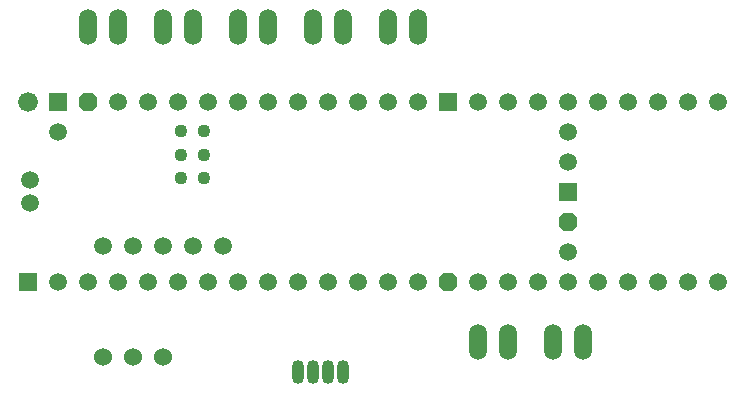
<source format=gbr>
%TF.GenerationSoftware,Altium Limited,Altium Designer,23.10.1 (27)*%
G04 Layer_Physical_Order=1*
G04 Layer_Color=255*
%FSLAX45Y45*%
%MOMM*%
%TF.SameCoordinates,BFA40988-2EC8-4786-B6A0-351078B8BEA4*%
%TF.FilePolarity,Positive*%
%TF.FileFunction,Copper,L1,Top,Signal*%
%TF.Part,Single*%
G01*
G75*
%TA.AperFunction,ComponentPad*%
%ADD10O,1.01600X2.03200*%
%ADD11C,1.10795*%
%ADD12C,1.50800*%
%ADD13R,1.50800X1.50800*%
G04:AMPARAMS|DCode=14|XSize=1.508mm|YSize=1.508mm|CornerRadius=0mm|HoleSize=0mm|Usage=FLASHONLY|Rotation=90.000|XOffset=0mm|YOffset=0mm|HoleType=Round|Shape=Octagon|*
%AMOCTAGOND14*
4,1,8,0.37700,0.75400,-0.37700,0.75400,-0.75400,0.37700,-0.75400,-0.37700,-0.37700,-0.75400,0.37700,-0.75400,0.75400,-0.37700,0.75400,0.37700,0.37700,0.75400,0.0*
%
%ADD14OCTAGOND14*%

%ADD15C,1.67640*%
%ADD16R,1.50800X1.50800*%
%ADD17O,1.50800X3.01600*%
%ADD18C,1.52400*%
D10*
X3175000Y381000D02*
D03*
X3302000D02*
D03*
X3429000D02*
D03*
X3556000D02*
D03*
D11*
X2386000Y2016989D02*
D03*
Y2216988D02*
D03*
Y2416988D02*
D03*
X2186000Y2016989D02*
D03*
Y2216988D02*
D03*
Y2416988D02*
D03*
D12*
X912012Y1805000D02*
D03*
Y2005000D02*
D03*
X4699000Y1143000D02*
D03*
X2540000Y1442999D02*
D03*
X2286000D02*
D03*
X2032000D02*
D03*
X1778000D02*
D03*
X1524000D02*
D03*
X6731000Y2667000D02*
D03*
X6477000D02*
D03*
X6223000D02*
D03*
X5969000D02*
D03*
X5715000D02*
D03*
X5461000D02*
D03*
X5207000D02*
D03*
X4953000D02*
D03*
X4699000D02*
D03*
X6731000Y1143000D02*
D03*
X6477000D02*
D03*
X6223000D02*
D03*
X5969000D02*
D03*
X5715000D02*
D03*
X5461000D02*
D03*
X5207000D02*
D03*
X4953000D02*
D03*
X1651000Y2667000D02*
D03*
X1905000D02*
D03*
X2159000D02*
D03*
X2413000D02*
D03*
X2667000D02*
D03*
X2921000D02*
D03*
X3175000D02*
D03*
X3429000D02*
D03*
X3683000D02*
D03*
X3937000D02*
D03*
X1143000Y2413000D02*
D03*
X3937000Y1143000D02*
D03*
X3683000D02*
D03*
X3429000D02*
D03*
X3175000D02*
D03*
X2921000D02*
D03*
X2667000D02*
D03*
X2413000D02*
D03*
X2159000D02*
D03*
X1905000D02*
D03*
X1651000D02*
D03*
X1397000D02*
D03*
X1143000D02*
D03*
X4191000D02*
D03*
Y2667000D02*
D03*
X5461000Y2413000D02*
D03*
Y2159000D02*
D03*
Y1397000D02*
D03*
D13*
X4445000Y2667000D02*
D03*
X5461000Y1905000D02*
D03*
X889000Y1143000D02*
D03*
D14*
X4445000D02*
D03*
X5461000Y1651000D02*
D03*
X1397000Y2667000D02*
D03*
D15*
X889000D02*
D03*
D16*
X1143000D02*
D03*
D17*
X5334000Y635000D02*
D03*
X5588000D02*
D03*
X4699000D02*
D03*
X4953000D02*
D03*
X1651000Y3302000D02*
D03*
X1397000D02*
D03*
X2286000D02*
D03*
X2032000D02*
D03*
X2921000D02*
D03*
X2667000D02*
D03*
X3556000D02*
D03*
X3302000D02*
D03*
X4191000D02*
D03*
X3937000D02*
D03*
D18*
X2032000Y508000D02*
D03*
X1778000D02*
D03*
X1524000D02*
D03*
%TF.MD5,3767606ca0cb03b5ac72d5afacbde365*%
M02*

</source>
